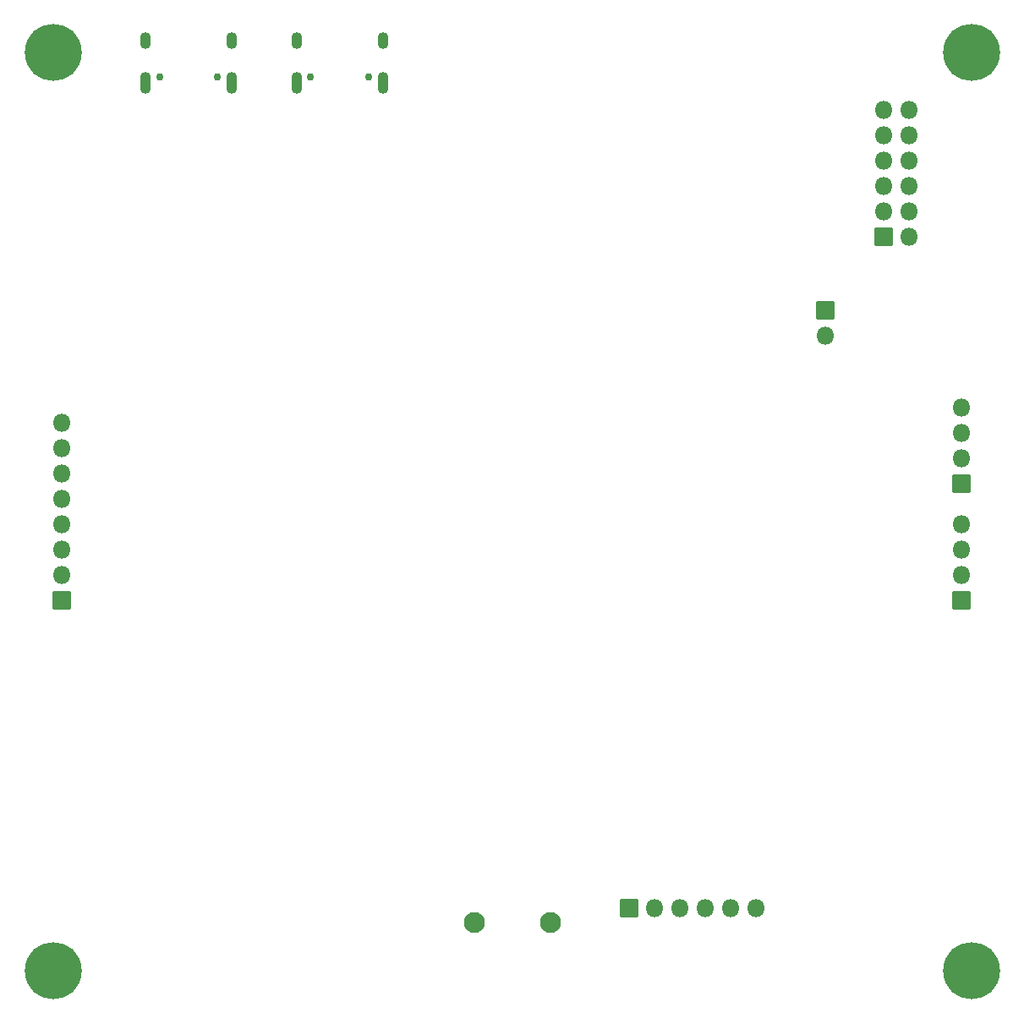
<source format=gbs>
G04 #@! TF.GenerationSoftware,KiCad,Pcbnew,6.0.2+dfsg-1*
G04 #@! TF.CreationDate,2023-02-17T06:09:52+01:00*
G04 #@! TF.ProjectId,procesor,70726f63-6573-46f7-922e-6b696361645f,rev?*
G04 #@! TF.SameCoordinates,Original*
G04 #@! TF.FileFunction,Soldermask,Bot*
G04 #@! TF.FilePolarity,Negative*
%FSLAX46Y46*%
G04 Gerber Fmt 4.6, Leading zero omitted, Abs format (unit mm)*
G04 Created by KiCad (PCBNEW 6.0.2+dfsg-1) date 2023-02-17 06:09:52*
%MOMM*%
%LPD*%
G01*
G04 APERTURE LIST*
G04 Aperture macros list*
%AMRoundRect*
0 Rectangle with rounded corners*
0 $1 Rounding radius*
0 $2 $3 $4 $5 $6 $7 $8 $9 X,Y pos of 4 corners*
0 Add a 4 corners polygon primitive as box body*
4,1,4,$2,$3,$4,$5,$6,$7,$8,$9,$2,$3,0*
0 Add four circle primitives for the rounded corners*
1,1,$1+$1,$2,$3*
1,1,$1+$1,$4,$5*
1,1,$1+$1,$6,$7*
1,1,$1+$1,$8,$9*
0 Add four rect primitives between the rounded corners*
20,1,$1+$1,$2,$3,$4,$5,0*
20,1,$1+$1,$4,$5,$6,$7,0*
20,1,$1+$1,$6,$7,$8,$9,0*
20,1,$1+$1,$8,$9,$2,$3,0*%
G04 Aperture macros list end*
%ADD10RoundRect,0.050000X0.850000X-0.850000X0.850000X0.850000X-0.850000X0.850000X-0.850000X-0.850000X0*%
%ADD11O,1.800000X1.800000*%
%ADD12C,2.100000*%
%ADD13C,5.700000*%
%ADD14RoundRect,0.050000X0.850000X0.850000X-0.850000X0.850000X-0.850000X-0.850000X0.850000X-0.850000X0*%
%ADD15C,0.750000*%
%ADD16O,1.100000X1.700000*%
%ADD17O,1.100000X2.200000*%
%ADD18RoundRect,0.050000X-0.850000X-0.850000X0.850000X-0.850000X0.850000X0.850000X-0.850000X0.850000X0*%
G04 APERTURE END LIST*
D10*
G04 #@! TO.C,J3*
X157992500Y-138977500D03*
D11*
X160532500Y-138977500D03*
X163072500Y-138977500D03*
X165612500Y-138977500D03*
X168152500Y-138977500D03*
X170692500Y-138977500D03*
G04 #@! TD*
D12*
G04 #@! TO.C,BZ1*
X150117500Y-140407500D03*
X142497500Y-140407500D03*
G04 #@! TD*
D13*
G04 #@! TO.C,H1*
X100307500Y-53307500D03*
G04 #@! TD*
G04 #@! TO.C,H2*
X192307500Y-53307500D03*
G04 #@! TD*
G04 #@! TO.C,H3*
X100307500Y-145307500D03*
G04 #@! TD*
G04 #@! TO.C,H4*
X192307500Y-145307500D03*
G04 #@! TD*
D14*
G04 #@! TO.C,J7*
X101207500Y-108207500D03*
D11*
X101207500Y-105667500D03*
X101207500Y-103127500D03*
X101207500Y-100587500D03*
X101207500Y-98047500D03*
X101207500Y-95507500D03*
X101207500Y-92967500D03*
X101207500Y-90427500D03*
G04 #@! TD*
D15*
G04 #@! TO.C,J8*
X131907500Y-55807500D03*
X126127500Y-55807500D03*
D16*
X133337500Y-52157500D03*
D17*
X124697500Y-56337500D03*
D16*
X124697500Y-52157500D03*
D17*
X133337500Y-56337500D03*
G04 #@! TD*
D14*
G04 #@! TO.C,J9*
X191307500Y-108207500D03*
D11*
X191307500Y-105667500D03*
X191307500Y-103127500D03*
X191307500Y-100587500D03*
G04 #@! TD*
D14*
G04 #@! TO.C,J10*
X191307500Y-96507500D03*
D11*
X191307500Y-93967500D03*
X191307500Y-91427500D03*
X191307500Y-88887500D03*
G04 #@! TD*
D15*
G04 #@! TO.C,J11*
X110982500Y-55807500D03*
X116762500Y-55807500D03*
D16*
X109552500Y-52157500D03*
D17*
X109552500Y-56337500D03*
D16*
X118192500Y-52157500D03*
D17*
X118192500Y-56337500D03*
G04 #@! TD*
D14*
G04 #@! TO.C,J1*
X183492500Y-71742500D03*
D11*
X186032500Y-71742500D03*
X183492500Y-69202500D03*
X186032500Y-69202500D03*
X183492500Y-66662500D03*
X186032500Y-66662500D03*
X183492500Y-64122500D03*
X186032500Y-64122500D03*
X183492500Y-61582500D03*
X186032500Y-61582500D03*
X183492500Y-59042500D03*
X186032500Y-59042500D03*
G04 #@! TD*
D18*
G04 #@! TO.C,J12*
X177652500Y-79117500D03*
D11*
X177652500Y-81657500D03*
G04 #@! TD*
M02*

</source>
